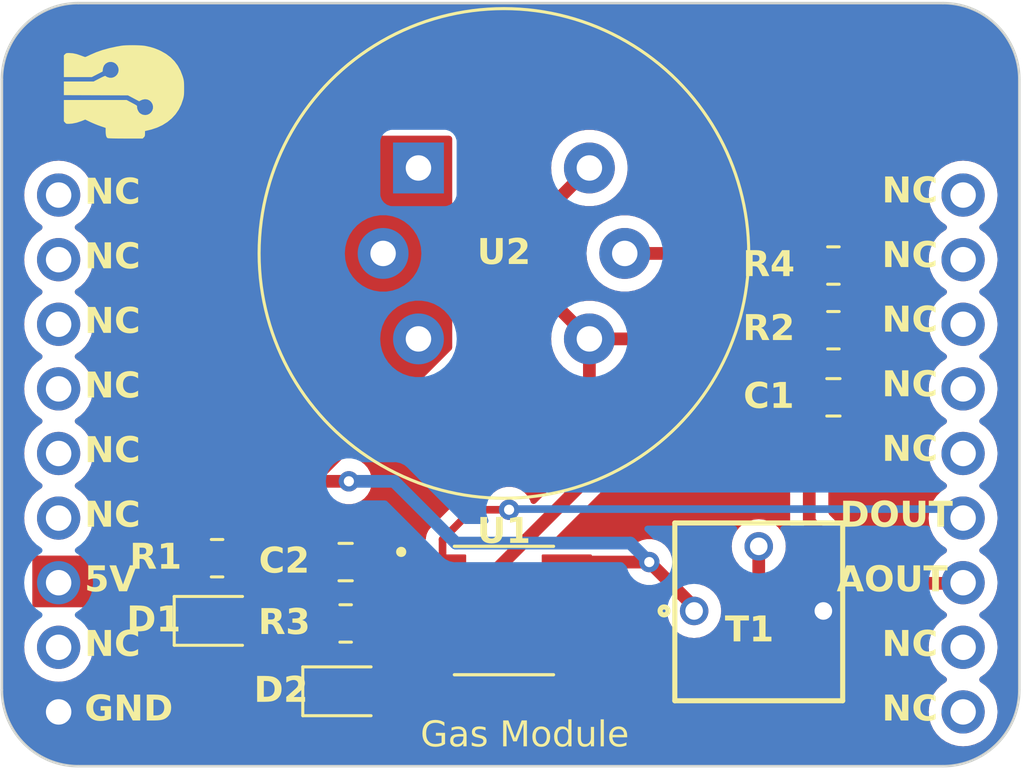
<source format=kicad_pcb>
(kicad_pcb (version 20240108) (generator "pcbnew") (generator_version "8.0")
  (layers (0 "F.Cu" signal) (31 "B.Cu" signal) (34 "B.Paste" user) (35 "F.Paste" user) (36 "B.SilkS" user "B.Silkscreen") (37 "F.SilkS" user "F.Silkscreen") (38 "B.Mask" user) (39 "F.Mask" user) (44 "Edge.Cuts" user))
  (net 0 "")
  (net 1 "AOUT")
  (net 2 "GND")
  (net 3 "DOUT")
  (net 4 "Net-(D1-A)")
  (net 5 "Net-(D2-A)")
  (net 6 "Net-(U2-VH-)")
  (net 7 "+5V")
  (net 8 "Net-(U1-1IN+)")
  (footprint "Capacitor_SMD:C_0805_2012Metric" (layer "F.Cu") (at 89.154 82.169 180)
    (property "Reference" "C2" (at 2.413 0 0) (layer "F.SilkS") (effects (font (thickness 0.15) (bold yes))))
    (property "Value" "0.1uF" (hide yes))
    (fp_line (start -0.261252 0.735) (end 0.261252 0.735) (stroke (width 0.12)) (layer "F.SilkS"))
    (fp_line (start -0.261252 -0.735) (end 0.261252 -0.735) (stroke (width 0.12)) (layer "F.SilkS"))
    (pad "1" smd roundrect (at -0.95 0 180) (size 1 1.45) (layers "F.Cu" "F.Paste" "F.Mask") (net 3 "DOUT"))
    (pad "2" smd roundrect (at 0.95 0 180) (size 1 1.45) (layers "F.Cu" "F.Paste" "F.Mask") (net 2 "GND"))
  )
  (footprint "Sensor:MQ-6" (layer "F.Cu") (at 92.017 66.675)
    (property "Reference" "U2" (at 3.36 3.36 0) (layer "F.SilkS") (effects (font (thickness 0.16) (bold yes))))
    (property "Value" "MQ-5" (hide yes))
    (fp_circle (center 3.36 3.36) (end 12.985 3.36) (stroke (width 0.12)) (fill none) (layer "F.SilkS"))
    (pad "1" thru_hole rect (at 0 0) (size 2 2) (drill 1) (layers "*.Cu" "*.Mask") (net 7 "+5V"))
    (pad "2" thru_hole circle (at -1.39 3.36) (size 2 2) (drill 1) (layers "*.Cu" "*.Mask") (net 7 "+5V"))
    (pad "3" thru_hole circle (at 0 6.72 90) (size 2 2) (drill 1) (layers "*.Cu" "*.Mask") (net 7 "+5V"))
    (pad "4" thru_hole circle (at 6.72 6.72 180) (size 2 2) (drill 1) (layers "*.Cu" "*.Mask") (net 1 "AOUT"))
    (pad "5" thru_hole circle (at 8.11 3.36) (size 2 2) (drill 1) (layers "*.Cu" "*.Mask") (net 6 "Net-(U2-VH-)"))
    (pad "6" thru_hole circle (at 6.72 0 270) (size 2 2) (drill 1) (layers "*.Cu" "*.Mask") (net 1 "AOUT"))
  )
  (footprint "Resistor_SMD:R_0805_2012Metric" (layer "F.Cu") (at 108.331 70.5104)
    (property "Reference" "R4" (at -2.54 0 0) (layer "F.SilkS") (effects (font (thickness 0.15) (bold yes))))
    (property "Value" "5.1k" (hide yes))
    (fp_line (start -0.227064 -0.735) (end 0.227064 -0.735) (stroke (width 0.12)) (layer "F.SilkS"))
    (fp_line (start -0.227064 0.735) (end 0.227064 0.735) (stroke (width 0.12)) (layer "F.SilkS"))
    (pad "1" smd roundrect (at -0.9125 0) (size 1.025 1.4) (layers "F.Cu" "F.Paste" "F.Mask") (roundrect_rratio 0.243902) (net 6 "Net-(U2-VH-)"))
    (pad "2" smd roundrect (at 0.9125 0) (size 1.025 1.4) (layers "F.Cu" "F.Paste" "F.Mask") (roundrect_rratio 0.243902) (net 2 "GND"))
  )
  (footprint "LM393:SOIC127P599X175-8N" (layer "F.Cu") (at 95.378 84.074)
    (property "Reference" "U1" (at -0.001 -3.0734 0) (layer "F.SilkS") (effects (font (thickness 0.15) (bold yes))))
    (property "Value" "LM393D" (hide yes))
    (fp_line (start -1.95 -2.525) (end 1.95 -2.525) (stroke (width 0.127)) (layer "F.SilkS"))
    (fp_line (start -1.95 2.525) (end 1.95 2.525) (stroke (width 0.127)) (layer "F.SilkS"))
    (fp_circle (center -4.04 -2.305) (end -3.94 -2.305) (stroke (width 0.2)) (fill none) (layer "F.SilkS"))
    (pad "1" smd roundrect (at -2.47 -1.905) (size 1.97 0.6) (layers "F.Cu" "F.Paste" "F.Mask") (roundrect_rratio 0.07) (net 3 "DOUT"))
    (pad "2" smd roundrect (at -2.47 -0.635) (size 1.97 0.6) (layers "F.Cu" "F.Paste" "F.Mask") (roundrect_rratio 0.07) (net 1 "AOUT"))
    (pad "3" smd roundrect (at -2.47 0.635) (size 1.97 0.6) (layers "F.Cu" "F.Paste" "F.Mask") (roundrect_rratio 0.07) (net 8 "Net-(U1-1IN+)"))
    (pad "4" smd roundrect (at -2.47 1.905) (size 1.97 0.6) (layers "F.Cu" "F.Paste" "F.Mask") (roundrect_rratio 0.07) (net 2 "GND"))
    (pad "5" smd roundrect (at 2.47 1.905) (size 1.97 0.6) (layers "F.Cu" "F.Paste" "F.Mask") (roundrect_rratio 0.07))
    (pad "6" smd roundrect (at 2.47 0.635) (size 1.97 0.6) (layers "F.Cu" "F.Paste" "F.Mask") (roundrect_rratio 0.07))
    (pad "7" smd roundrect (at 2.47 -0.635) (size 1.97 0.6) (layers "F.Cu" "F.Paste" "F.Mask") (roundrect_rratio 0.07))
    (pad "8" smd roundrect (at 2.47 -1.905) (size 1.97 0.6) (layers "F.Cu" "F.Paste" "F.Mask") (roundrect_rratio 0.07) (net 7 "+5V"))
  )
  (footprint "Resistor_SMD:R_0805_2012Metric" (layer "F.Cu") (at 84.0994 82.0166)
    (property "Reference" "R1" (at -2.413 0 0) (layer "F.SilkS") (effects (font (thickness 0.15) (bold yes))))
    (property "Value" "1k" (hide yes))
    (fp_line (start -0.227064 -0.735) (end 0.227064 -0.735) (stroke (width 0.12)) (layer "F.SilkS"))
    (fp_line (start -0.227064 0.735) (end 0.227064 0.735) (stroke (width 0.12)) (layer "F.SilkS"))
    (pad "1" smd roundrect (at -0.9125 0) (size 1.025 1.4) (layers "F.Cu" "F.Paste" "F.Mask") (roundrect_rratio 0.243902) (net 7 "+5V"))
    (pad "2" smd roundrect (at 0.9125 0) (size 1.025 1.4) (layers "F.Cu" "F.Paste" "F.Mask") (roundrect_rratio 0.243902) (net 4 "Net-(D1-A)"))
  )
  (footprint "LED_SMD:LED_0805_2012Metric" (layer "F.Cu") (at 84.0994 84.4804)
    (property "Reference" "D1" (at -2.4892 0 0) (layer "F.SilkS") (effects (font (thickness 0.15) (bold yes))))
    (property "Value" "LED" (hide yes))
    (fp_line (start -1.685 -0.96) (end -1.685 0.96) (stroke (width 0.12)) (layer "F.SilkS"))
    (fp_line (start -1.685 0.96) (end 1 0.96) (stroke (width 0.12)) (layer "F.SilkS"))
    (fp_line (start 1 -0.96) (end -1.685 -0.96) (stroke (width 0.12)) (layer "F.SilkS"))
    (pad "1" smd roundrect (at -0.9375 0) (size 0.975 1.4) (layers "F.Cu" "F.Paste" "F.Mask") (net 2 "GND"))
    (pad "2" smd roundrect (at 0.9375 0) (size 0.975 1.4) (layers "F.Cu" "F.Paste" "F.Mask") (net 4 "Net-(D1-A)"))
  )
  (footprint "Resistor_SMD:R_0805_2012Metric" (layer "F.Cu") (at 108.331 73.054)
    (property "Reference" "R2" (at -2.54 -0.029 0) (layer "F.SilkS") (effects (font (thickness 0.15) (bold yes))))
    (property "Value" "47k" (hide yes))
    (fp_line (start -0.227064 -0.735) (end 0.227064 -0.735) (stroke (width 0.12)) (layer "F.SilkS"))
    (fp_line (start -0.227064 0.735) (end 0.227064 0.735) (stroke (width 0.12)) (layer "F.SilkS"))
    (pad "1" smd roundrect (at -0.9125 0) (size 1.025 1.4) (layers "F.Cu" "F.Paste" "F.Mask") (roundrect_rratio 0.243902) (net 1 "AOUT"))
    (pad "2" smd roundrect (at 0.9125 0) (size 1.025 1.4) (layers "F.Cu" "F.Paste" "F.Mask") (roundrect_rratio 0.243902) (net 2 "GND"))
  )
  (footprint "Resistor_SMD:R_0805_2012Metric" (layer "F.Cu") (at 89.154 84.582)
    (property "Reference" "R3" (at -2.413 0 0) (layer "F.SilkS") (effects (font (thickness 0.15) (bold yes))))
    (property "Value" "1k" (hide yes))
    (fp_line (start -0.227064 -0.735) (end 0.227064 -0.735) (stroke (width 0.12)) (layer "F.SilkS"))
    (fp_line (start -0.227064 0.735) (end 0.227064 0.735) (stroke (width 0.12)) (layer "F.SilkS"))
    (pad "1" smd roundrect (at -0.9125 0) (size 1.025 1.4) (layers "F.Cu" "F.Paste" "F.Mask") (roundrect_rratio 0.243902) (net 7 "+5V"))
    (pad "2" smd roundrect (at 0.9125 0) (size 1.025 1.4) (layers "F.Cu" "F.Paste" "F.Mask") (roundrect_rratio 0.243902) (net 5 "Net-(D2-A)"))
  )
  (footprint "memin:3362P_1" (layer "F.Cu") (at 105.3955 87.621)
    (property "Reference" "T1" (at -0.36821 -2.74963 0) (layer "F.SilkS") (effects (font (thickness 0.2) (bold yes))))
    (property "Value" "10k" (hide yes))
    (fp_line (start -3.3 -6.99) (end -3.3 0) (stroke (width 0.2)) (layer "F.SilkS"))
    (fp_line (start -3.3 0) (end 3.3 0) (stroke (width 0.2)) (layer "F.SilkS"))
    (fp_line (start 3.3 -6.99) (end -3.3 -6.99) (stroke (width 0.2)) (layer "F.SilkS"))
    (fp_line (start 3.3 0) (end 3.3 -6.99) (stroke (width 0.2)) (layer "F.SilkS"))
    (fp_circle (center -3.722 -3.532) (end -3.722 -3.475) (stroke (width 0.2)) (fill none) (layer "F.SilkS"))
    (pad "1" thru_hole circle (at -2.54 -3.53) (size 1.12 1.12) (drill 0.69) (layers "*.Cu" "*.Mask") (net 7 "+5V"))
    (pad "2" thru_hole circle (at 0 -6.07) (size 1.12 1.12) (drill 0.69) (layers "*.Cu" "*.Mask") (net 8 "Net-(U1-1IN+)"))
    (pad "3" thru_hole circle (at 2.54 -3.53) (size 1.12 1.12) (drill 0.69) (layers "*.Cu" "*.Mask") (net 2 "GND"))
  )
  (footprint "Moduler_:pin_header" (layer "F.Cu") (at 95.396 78.408)
    (property "Reference" "U3" (hide yes))
    (property "Value" "~" (hide yes))
    (fp_poly (pts (xy -14.485582 -16.559009) (xy -14.360573 -16.554745) (xy -14.248636 -16.54798) (xy -14.157002 -16.538775) (xy -14.117924 -16.532703) (xy -13.929469 -16.491549) (xy -13.759531 -16.440533) (xy -13.595569 -16.375574) (xy -13.505604 -16.333511) (xy -13.302009 -16.218091) (xy -13.123321 -16.083397) (xy -12.969118 -15.928915) (xy -12.838978 -15.754131) (xy -12.73248 -15.558531) (xy -12.6492 -15.3416) (xy -12.625721 -15.261504) (xy -12.612959 -15.20932) (xy -12.603846 -15.156964) (xy -12.597806 -15.097579) (xy -12.594264 -15.024306) (xy -12.592645 -14.930288) (xy -12.59236 -14.863654) (xy -12.592671 -14.758539) (xy -12.594379 -14.67766) (xy -12.598173 -14.613669) (xy -12.604739 -14.559219) (xy -12.614766 -14.506962) (xy -12.628942 -14.449549) (xy -12.632287 -14.43698) (xy -12.705714 -14.221543) (xy -12.805363 -14.022972) (xy -12.930147 -13.842253) (xy -13.078978 -13.68037) (xy -13.250768 -13.538308) (xy -13.444431 -13.417053) (xy -13.658878 -13.317589) (xy -13.893022 -13.240901) (xy -13.975535 -13.220506) (xy -14.129547 -13.185381) (xy -14.129547 -13.083439) (xy -14.131087 -13.025365) (xy -14.138019 -12.987709) (xy -14.153807 -12.959356) (xy -14.17572 -12.935324) (xy -14.221893 -12.889151) (xy -14.898388 -12.889632) (xy -15.093554 -12.890179) (xy -15.257188 -12.891522) (xy -15.389336 -12.893662) (xy -15.490047 -12.896601) (xy -15.559371 -12.900339) (xy -15.597354 -12.904877) (xy -15.604006 -12.907041) (xy -15.639705 -12.944721) (xy -15.663541 -13.009816) (xy -15.675744 -13.103144) (xy -15.677582 -13.169023) (xy -15.677607 -13.307746) (xy -15.877323 -13.375342) (xy -15.973613 -13.410249) (xy -16.083694 -13.453796) (xy -16.193274 -13.500154) (xy -16.27912 -13.539209) (xy -16.481202 -13.63548) (xy -16.625058 -13.577237) (xy -16.814264 -13.51298) (xy -16.995657 -13.477073) (xy -17.112214 -13.468483) (xy -17.172568 -13.467793) (xy -17.210949 -13.471228) (xy -17.236949 -13.481681) (xy -17.260163 -13.502045) (xy -17.274123 -13.517292) (xy -17.320343 -13.568879) (xy -17.320343 -13.987224) (xy -17.320343 -14.405569) (xy -16.086926 -14.405569) (xy -14.85351 -14.405569) (xy -14.643801 -14.294889) (xy -14.56284 -14.251731) (xy -14.506066 -14.219928) (xy -14.469493 -14.196546) (xy -14.449134 -14.178651) (xy -14.441003 -14.163308) (xy -14.441111 -14.147581) (xy -14.441413 -14.14592) (xy -14.43976 -14.092795) (xy -14.421236 -14.027967) (xy -14.3904 -13.962942) (xy -14.35181 -13.909228) (xy -14.344762 -13.902005) (xy -14.296227 -13.865834) (xy -14.236644 -13.835404) (xy -14.214799 -13.827587) (xy -14.121045 -13.813694) (xy -14.033382 -13.827179) (xy -13.955509 -13.863953) (xy -13.891126 -13.919926) (xy -13.843932 -13.991011) (xy -13.817627 -14.073118) (xy -13.815911 -14.162158) (xy -13.838074 -14.243952) (xy -13.888707 -14.328311) (xy -13.95777 -14.389514) (xy -14.040589 -14.425955) (xy -14.132494 -14.436027) (xy -14.228811 -14.418125) (xy -14.281052 -14.396241) (xy -14.36193 -14.355321) (xy -14.581404 -14.471272) (xy -14.800878 -14.587224) (xy -16.06061 -14.591538) (xy -17.320343 -14.595853) (xy -17.320343 -14.86402) (xy -17.320343 -15.132186) (xy -16.736108 -15.132186) (xy -16.151873 -15.132186) (xy -15.92364 -15.25081) (xy -15.825628 -15.300328) (xy -15.752835 -15.333929) (xy -15.705794 -15.351385) (xy -15.685044 -15.352471) (xy -15.684533 -15.351839) (xy -15.664369 -15.334981) (xy -15.626413 -15.313259) (xy -15.608475 -15.304645) (xy -15.517344 -15.278515) (xy -15.42868 -15.280387) (xy -15.34665 -15.306716) (xy -15.27542 -15.353956) (xy -15.219157 -15.418565) (xy -15.182028 -15.496995) (xy -15.1682 -15.585704) (xy -15.178799 -15.670169) (xy -15.216089 -15.756834) (xy -15.2752 -15.826154) (xy -15.350432 -15.875231) (xy -15.436087 -15.901168) (xy -15.526465 -15.901066) (xy -15.594919 -15.881743) (xy -15.679764 -15.831605) (xy -15.7402 -15.761879) (xy -15.776844 -15.671686) (xy -15.787538 -15.6087) (xy -15.796027 -15.524455) (xy -16.008245 -15.415199) (xy -16.220463 -15.305942) (xy -16.770403 -15.305942) (xy -17.320343 -15.305942) (xy -17.320343 -15.73365) (xy -17.320343 -16.161358) (xy -17.27417 -16.207531) (xy -17.247441 -16.231634) (xy -17.221044 -16.24546) (xy -17.185152 -16.251797) (xy -17.129936 -16.253429) (xy -17.112261 -16.253429) (xy -16.965134 -16.242789) (xy -16.813828 -16.210492) (xy -16.650907 -16.15493) (xy -16.643254 -16.151886) (xy -16.580147 -16.127507) (xy -16.526736 -16.108472) (xy -16.490695 -16.097439) (xy -16.481152 -16.095743) (xy -16.459332 -16.102404) (xy -16.415439 -16.120594) (xy -16.35561 -16.147624) (xy -16.285983 -16.180807) (xy -16.277762 -16.184828) (xy -16.053998 -16.282606) (xy -15.80365 -16.369931) (xy -15.530295 -16.445763) (xy -15.237504 -16.509065) (xy -15.053614 -16.540657) (xy -14.971712 -16.549822) (xy -14.866727 -16.556178) (xy -14.74589 -16.559787) (xy -14.616431 -16.56071)) (fill solid) (layer "F.SilkS"))
    (fp_line (start -19.7562 -15.2144) (end -19.7562 8.7856) (stroke (width 0.1)) (layer "Edge.Cuts"))
    (fp_line (start -16.7562 11.7856) (end 17.2438 11.7856) (stroke (width 0.1)) (layer "Edge.Cuts"))
    (fp_line (start 17.2438 -18.2144) (end -16.7562 -18.2144) (stroke (width 0.1)) (layer "Edge.Cuts"))
    (fp_line (start 20.2438 8.7856) (end 20.2438 -15.2144) (stroke (width 0.1)) (layer "Edge.Cuts"))
    (fp_arc (start -19.7562 -15.2144) (mid -18.87752 -17.33572) (end -16.7562 -18.2144) (stroke (width 0.1)) (layer "Edge.Cuts"))
    (fp_arc (start -16.7562 11.7856) (mid -18.87752 10.90692) (end -19.7562 8.7856) (stroke (width 0.1)) (layer "Edge.Cuts"))
    (fp_arc (start 17.2438 -18.2144) (mid 19.36512 -17.33572) (end 20.2438 -15.2144) (stroke (width 0.1)) (layer "Edge.Cuts"))
    (fp_arc (start 20.2438 8.7856) (mid 19.36512 10.90692) (end 17.2438 11.7856) (stroke (width 0.1)) (layer "Edge.Cuts"))
    (fp_text user "NC" (at -16.51 -10.16 0) (layer "F.SilkS") (effects (font (thickness 0.2) (bold yes)) (justify left bottom)))
    (fp_text user "AOUT" (at 13.062 5.08 0) (layer "F.SilkS") (effects (font (thickness 0.2) (bold yes)) (justify left bottom)))
    (fp_text user "NC" (at -16.51 -2.54 0) (layer "F.SilkS") (effects (font (thickness 0.2) (bold yes)) (justify left bottom)))
    (fp_text user "NC" (at 14.84 7.62 0) (layer "F.SilkS") (effects (font (thickness 0.2) (bold yes)) (justify left bottom)))
    (fp_text user "NC" (at 14.84 -10.209 0) (layer "F.SilkS") (effects (font (thickness 0.2) (bold yes)) (justify left bottom)))
    (fp_text user "NC" (at 14.84 -5.129 0) (layer "F.SilkS") (effects (font (thickness 0.2) (bold yes)) (justify left bottom)))
    (fp_text user "NC" (at 14.84 10.16 0) (layer "F.SilkS") (effects (font (thickness 0.2) (bold yes)) (justify left bottom)))
    (fp_text user "5V" (at -16.51 5.08 0) (layer "F.SilkS") (effects (font (thickness 0.2) (bold yes)) (justify left bottom)))
    (fp_text user "NC" (at -16.51 0 0) (layer "F.SilkS") (effects (font (thickness 0.2) (bold yes)) (justify left bottom)))
    (fp_text user "GND" (at -16.51 10.16 0) (layer "F.SilkS") (effects (font (thickness 0.2) (bold yes)) (justify left bottom)))
    (fp_text user "DOUT" (at 13.189 2.54 0) (layer "F.SilkS") (effects (font (thickness 0.2) (bold yes)) (justify left bottom)))
    (fp_text user "NC" (at -16.51 -7.62 0) (layer "F.SilkS") (effects (font (thickness 0.2) (bold yes)) (justify left bottom)))
    (fp_text user "Gas Module" (at -3.302 11.176 0) (layer "F.SilkS") (effects (font (thickness 0.1)) (justify left bottom)))
    (fp_text user "NC" (at 14.84 -2.589 0) (layer "F.SilkS") (effects (font (thickness 0.2) (bold yes)) (justify left bottom)))
    (fp_text user "NC" (at 14.84 -7.669 0) (layer "F.SilkS") (effects (font (thickness 0.2) (bold yes)) (justify left bottom)))
    (fp_text user "NC" (at -16.51 -5.08 0) (layer "F.SilkS") (effects (font (thickness 0.2) (bold yes)) (justify left bottom)))
    (fp_text user "NC" (at -16.51 2.54 0) (layer "F.SilkS") (effects (font (thickness 0.2) (bold yes)) (justify left bottom)))
    (fp_text user "NC" (at 14.84 -0.049 0) (layer "F.SilkS") (effects (font (thickness 0.2) (bold yes)) (justify left bottom)))
    (fp_text user "NC" (at -16.51 7.62 0) (layer "F.SilkS") (effects (font (thickness 0.2) (bold yes)) (justify left bottom)))
    (pad "1" thru_hole oval (at -17.526 -10.668) (size 1.7 1.7) (drill 1) (layers "*.Cu" "*.Mask"))
    (pad "2" thru_hole oval (at -17.526 -8.128) (size 1.7 1.7) (drill 1) (layers "*.Cu" "*.Mask"))
    (pad "3" thru_hole oval (at -17.526 -5.588) (size 1.7 1.7) (drill 1) (layers "*.Cu" "*.Mask"))
    (pad "4" thru_hole oval (at -17.526 -3.048) (size 1.7 1.7) (drill 1) (layers "*.Cu" "*.Mask"))
    (pad "5" thru_hole oval (at -17.526 -0.508) (size 1.7 1.7) (drill 1) (layers "*.Cu" "*.Mask"))
    (pad "6" thru_hole oval (at -17.526 2.032) (size 1.7 1.7) (drill 1) (layers "*.Cu" "*.Mask"))
    (pad "7" thru_hole oval (at -17.526 4.572) (size 1.7 1.7) (drill 1) (layers "*.Cu" "*.Mask") (net 7 "+5V"))
    (pad "8" thru_hole oval (at -17.526 7.112) (size 1.7 1.7) (drill 1) (layers "*.Cu" "*.Mask"))
    (pad "9" thru_hole oval (at -17.526 9.652) (size 1.7 1.7) (drill 1) (layers "*.Cu" "*.Mask") (net 2 "GND"))
    (pad "10" thru_hole oval (at 18.034 9.652) (size 1.7 1.7) (drill 1) (layers "*.Cu" "*.Mask"))
    (pad "11" thru_hole oval (at 18.034 7.112) (size 1.7 1.7) (drill 1) (layers "*.Cu" "*.Mask"))
    (pad "12" thru_hole oval (at 18.034 4.572) (size 1.7 1.7) (drill 1) (layers "*.Cu" "*.Mask") (net 1 "AOUT"))
    (pad "13" thru_hole oval (at 18.034 2.032) (size 1.7 1.7) (drill 1) (layers "*.Cu" "*.Mask") (net 3 "DOUT"))
    (pad "14" thru_hole oval (at 18.034 -0.508) (size 1.7 1.7) (drill 1) (layers "*.Cu" "*.Mask"))
    (pad "15" thru_hole oval (at 18.034 -3.048) (size 1.7 1.7) (drill 1) (layers "*.Cu" "*.Mask"))
    (pad "16" thru_hole oval (at 18.034 -5.588) (size 1.7 1.7) (drill 1) (layers "*.Cu" "*.Mask"))
    (pad "17" thru_hole oval (at 18.034 -8.128) (size 1.7 1.7) (drill 1) (layers "*.Cu" "*.Mask"))
    (pad "18" thru_hole oval (at 18.034 -10.668) (size 1.7 1.7) (drill 1) (layers "*.Cu" "*.Mask"))
  )
  (footprint "LED_SMD:LED_0805_2012Metric" (layer "F.Cu") (at 89.154 87.249)
    (property "Reference" "D2" (at -2.54 0 0) (layer "F.SilkS") (effects (font (thickness 0.15) (bold yes))))
    (property "Value" "LED" (hide yes))
    (fp_line (start -1.685 -0.96) (end -1.685 0.96) (stroke (width 0.12)) (layer "F.SilkS"))
    (fp_line (start -1.685 0.96) (end 1 0.96) (stroke (width 0.12)) (layer "F.SilkS"))
    (fp_line (start 1 -0.96) (end -1.685 -0.96) (stroke (width 0.12)) (layer "F.SilkS"))
    (pad "1" smd roundrect (at -0.9375 0) (size 0.975 1.4) (layers "F.Cu" "F.Paste" "F.Mask") (net 3 "DOUT"))
    (pad "2" smd roundrect (at 0.9375 0) (size 0.975 1.4) (layers "F.Cu" "F.Paste" "F.Mask") (net 5 "Net-(D2-A)"))
  )
  (footprint "Capacitor_SMD:C_0805_2012Metric" (layer "F.Cu") (at 108.331 75.692)
    (property "Reference" "C1" (at -2.54 0 0) (layer "F.SilkS") (effects (font (thickness 0.15) (bold yes))))
    (property "Value" "0.1uF" (hide yes))
    (fp_line (start -0.261252 -0.735) (end 0.261252 -0.735) (stroke (width 0.12)) (layer "F.SilkS"))
    (fp_line (start -0.261252 0.735) (end 0.261252 0.735) (stroke (width 0.12)) (layer "F.SilkS"))
    (pad "1" smd roundrect (at -0.95 0) (size 1 1.45) (layers "F.Cu" "F.Paste" "F.Mask") (net 1 "AOUT"))
    (pad "2" smd roundrect (at 0.95 0) (size 1 1.45) (layers "F.Cu" "F.Paste" "F.Mask") (net 2 "GND"))
  )
  (segment (start 98.737 78.809) (end 98.737 73.395) (width 0.5) (layer "F.Cu") (net 1))
  (segment (start 98.737 66.675) (end 97.282 68.13) (width 0.5) (layer "F.Cu") (net 1))
  (segment (start 107.381 75.692) (end 107.381 80.584) (width 0.5) (layer "F.Cu") (net 1))
  (segment (start 97.282 71.94) (end 98.737 73.395) (width 0.5) (layer "F.Cu") (net 1))
  (segment (start 102.246 73.395) (end 102.587 73.054) (width 0.5) (layer "F.Cu") (net 1))
  (segment (start 97.282 68.13) (end 97.282 71.94) (width 0.5) (layer "F.Cu") (net 1))
  (segment (start 98.737 73.395) (end 102.246 73.395) (width 0.5) (layer "F.Cu") (net 1))
  (segment (start 94.107 83.439) (end 98.737 78.809) (width 0.5) (layer "F.Cu") (net 1))
  (segment (start 107.4185 75.6545) (end 107.381 75.692) (width 0.5) (layer "F.Cu") (net 1))
  (segment (start 92.908 83.439) (end 94.107 83.439) (width 0.5) (layer "F.Cu") (net 1))
  (segment (start 109.80252 83.00552) (end 113.448377 83.00552) (width 0.5) (layer "F.Cu") (net 1))
  (segment (start 102.587 73.054) (end 107.4185 73.054) (width 0.5) (layer "F.Cu") (net 1))
  (segment (start 107.4185 73.054) (end 107.4185 75.6545) (width 0.5) (layer "F.Cu") (net 1))
  (segment (start 107.381 80.584) (end 109.80252 83.00552) (width 0.5) (layer "F.Cu") (net 1))
  (segment (start 88.2165 87.249) (end 88.9 87.249) (width 0.3) (layer "F.Cu") (net 3))
  (segment (start 92.964 81.28) (end 92.964 82.113) (width 0.3) (layer "F.Cu") (net 3))
  (segment (start 88.9 87.249) (end 89.154 86.995) (width 0.3) (layer "F.Cu") (net 3))
  (segment (start 89.154 86.995) (end 89.154 82.677) (width 0.3) (layer "F.Cu") (net 3))
  (segment (start 94.1324 80.1116) (end 92.964 81.28) (width 0.3) (layer "F.Cu") (net 3))
  (segment (start 89.662 82.169) (end 90.104 82.169) (width 0.3) (layer "F.Cu") (net 3))
  (segment (start 95.5802 80.1116) (end 94.1324 80.1116) (width 0.3) (layer "F.Cu") (net 3))
  (segment (start 92.964 82.113) (end 92.908 82.169) (width 0.3) (layer "F.Cu") (net 3))
  (segment (start 89.154 82.677) (end 89.662 82.169) (width 0.3) (layer "F.Cu") (net 3))
  (segment (start 90.104 82.169) (end 92.583 82.169) (width 0.3) (layer "F.Cu") (net 3))
  (via (at 95.5802 80.1116) (size 0.8) (drill 0.4) (layers "F.Cu" "B.Cu") (net 3))
  (segment (start 95.5802 80.1116) (end 95.6056 80.0862) (width 0.3) (layer "B.Cu") (net 3))
  (segment (start 113.069057 80.0862) (end 113.448377 80.46552) (width 0.3) (layer "B.Cu") (net 3))
  (segment (start 95.6056 80.0862) (end 113.069057 80.0862) (width 0.3) (layer "B.Cu") (net 3))
  (segment (start 85.0369 82.0416) (end 85.0369 84.4804) (width 0.5) (layer "F.Cu") (net 4))
  (segment (start 85.0119 82.0166) (end 85.0369 82.0416) (width 0.5) (layer "F.Cu") (net 4))
  (segment (start 85.0369 84.4804) (end 85.1385 84.582) (width 0.5) (layer "F.Cu") (net 4))
  (segment (start 90.0665 87.224) (end 90.0915 87.249) (width 0.5) (layer "F.Cu") (net 5))
  (segment (start 90.0665 84.582) (end 90.0665 87.224) (width 0.5) (layer "F.Cu") (net 5))
  (segment (start 107.4185 70.5104) (end 107.3931 70.485) (width 0.5) (layer "F.Cu") (net 6))
  (segment (start 102.489 70.035) (end 100.127 70.035) (width 0.5) (layer "F.Cu") (net 6))
  (segment (start 107.3931 70.485) (end 102.939 70.485) (width 0.5) (layer "F.Cu") (net 6))
  (segment (start 102.939 70.485) (end 102.489 70.035) (width 0.5) (layer "F.Cu") (net 6))
  (segment (start 102.8555 83.9325) (end 102.8555 84.091) (width 0.5) (layer "F.Cu") (net 7))
  (segment (start 101.092 82.169) (end 97.848 82.169) (width 0.5) (layer "F.Cu") (net 7))
  (segment (start 86.995 78.994) (end 89.281 78.994) (width 0.5) (layer "F.Cu") (net 7))
  (segment (start 101.092 82.169) (end 102.8555 83.9325) (width 0.5) (layer "F.Cu") (net 7))
  (via (at 101.092 82.169) (size 0.8) (drill 0.4) (layers "F.Cu" "B.Cu") (net 7))
  (via (at 89.281 78.994) (size 0.8) (drill 0.4) (layers "F.Cu" "B.Cu") (net 7))
  (segment (start 91.059 78.994) (end 89.281 78.994) (width 0.5) (layer "B.Cu") (net 7))
  (segment (start 93.48775 81.42275) (end 91.059 78.994) (width 0.5) (layer "B.Cu") (net 7))
  (segment (start 100.34575 81.42275) (end 93.48775 81.42275) (width 0.5) (layer "B.Cu") (net 7))
  (segment (start 101.092 82.169) (end 100.34575 81.42275) (width 0.5) (layer "B.Cu") (net 7))
  (segment (start 103.251 87.122) (end 105.3955 84.9775) (width 0.5) (layer "F.Cu") (net 8))
  (segment (start 105.3955 84.9775) (end 105.3955 81.551) (width 0.5) (layer "F.Cu") (net 8))
  (segment (start 94.234 84.709) (end 96.647 87.122) (width 0.5) (layer "F.Cu") (net 8))
  (segment (start 96.647 87.122) (end 103.251 87.122) (width 0.5) (layer "F.Cu") (net 8))
  (segment (start 92.908 84.709) (end 94.234 84.709) (width 0.5) (layer "F.Cu") (net 8))
  (zone (net 7) (net_name "+5V") (layer "F.Cu") (priority 1) (connect_pads yes (clearance 0.5)) (min_thickness 0.25) (fill yes (thermal_gap 0.8) (thermal_bridge_width 0.8))
    (polygon (pts (xy 76.835 83.947) (xy 81.026 83.947) (xy 82.169 82.804) (xy 83.947 82.804) (xy 83.947 81.026) (xy 85.979 81.026) (xy 86.36 81.407) (xy 86.36 85.217) (xy 87.503 85.217) (xy 88.773 85.217) (xy 88.773 83.693) (xy 87.503 83.693) (xy 87.249 83.439) (xy 87.249 79.883) (xy 93.345 73.787) (xy 93.345 65.405) (xy 89.027 65.405) (xy 89.027 73.787) (xy 80.899 81.915) (xy 76.835 81.915)))
  )
  (zone (net 2) (net_name "GND") (layers "F&B.Cu") (connect_pads yes (clearance 0.5)) (min_thickness 0.25) (fill yes (thermal_gap 0.8) (thermal_bridge_width 0.8))
    (polygon (pts (xy 75.565 60.071) (xy 115.824 60.071) (xy 115.824 90.424) (xy 75.565 90.424)))
  )
)
</source>
